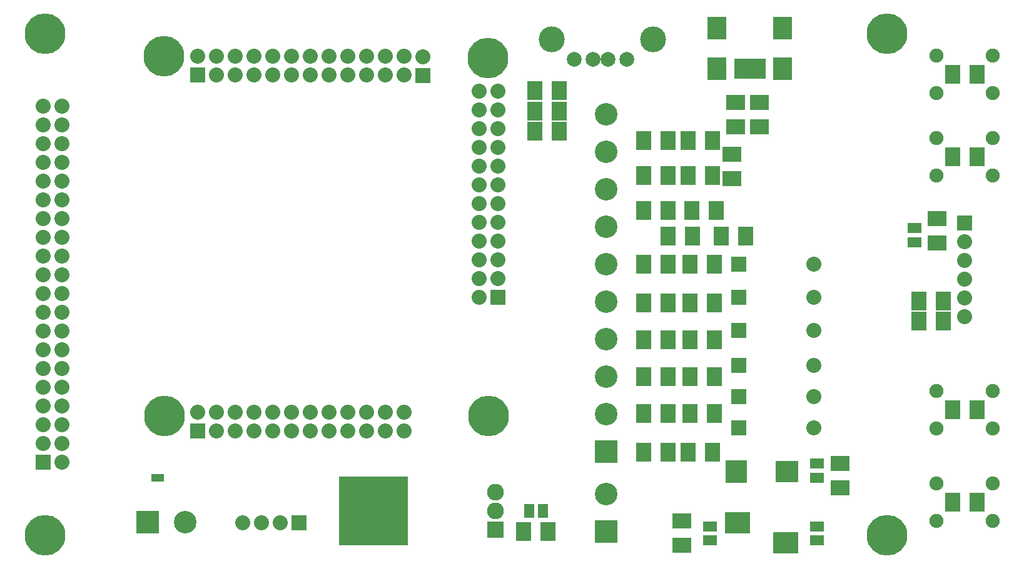
<source format=gts>
G04 (created by PCBNEW (2013-mar-13)-testing) date jue 26 sep 2013 04:07:39 COT*
%MOIN*%
G04 Gerber Fmt 3.4, Leading zero omitted, Abs format*
%FSLAX34Y34*%
G01*
G70*
G90*
G04 APERTURE LIST*
%ADD10C,0.005906*%
%ADD11R,0.080000X0.100000*%
%ADD12R,0.098700X0.118400*%
%ADD13R,0.039700X0.110600*%
%ADD14C,0.216900*%
%ADD15R,0.080000X0.080000*%
%ADD16C,0.080000*%
%ADD17C,0.079100*%
%ADD18C,0.138100*%
%ADD19C,0.075000*%
%ADD20R,0.100000X0.080000*%
%ADD21R,0.090000X0.090000*%
%ADD22C,0.090000*%
%ADD23R,0.370000X0.370000*%
%ADD24R,0.120000X0.120000*%
%ADD25C,0.120000*%
%ADD26R,0.136100X0.114500*%
%ADD27R,0.114500X0.124300*%
%ADD28R,0.124300X0.114500*%
%ADD29R,0.075000X0.055000*%
%ADD30R,0.055000X0.075000*%
%ADD31R,0.035700X0.043600*%
G04 APERTURE END LIST*
G54D10*
G54D11*
X66378Y-34154D03*
X67678Y-34154D03*
G54D12*
X70276Y-13583D03*
X73780Y-13583D03*
X73780Y-15748D03*
X70276Y-15748D03*
G54D13*
X72028Y-15748D03*
X72343Y-15748D03*
X71713Y-15747D03*
X72658Y-15748D03*
X71398Y-15748D03*
G54D14*
X79331Y-40649D03*
X79331Y-13878D03*
X34449Y-13878D03*
X34449Y-40650D03*
X58067Y-15196D03*
X40822Y-34279D03*
X58114Y-34275D03*
X40814Y-15098D03*
G54D15*
X42602Y-16094D03*
G54D16*
X42602Y-15094D03*
X43602Y-16094D03*
X43602Y-15094D03*
X44602Y-16094D03*
X44602Y-15094D03*
X45602Y-16094D03*
X45602Y-15094D03*
X46602Y-16094D03*
X46602Y-15094D03*
X47602Y-16094D03*
X47602Y-15094D03*
X48602Y-16094D03*
X48602Y-15094D03*
X49602Y-16094D03*
X49602Y-15094D03*
X50602Y-16094D03*
X50602Y-15094D03*
X51602Y-16094D03*
X51602Y-15094D03*
X52602Y-16094D03*
X52602Y-15094D03*
X53602Y-16094D03*
X53602Y-15094D03*
G54D15*
X42602Y-35094D03*
G54D16*
X42602Y-34094D03*
X43602Y-35094D03*
X43602Y-34094D03*
X44602Y-35094D03*
X44602Y-34094D03*
X45602Y-35094D03*
X45602Y-34094D03*
X46602Y-35094D03*
X46602Y-34094D03*
X47602Y-35094D03*
X47602Y-34094D03*
X48602Y-35094D03*
X48602Y-34094D03*
X49602Y-35094D03*
X49602Y-34094D03*
X50602Y-35094D03*
X50602Y-34094D03*
X51602Y-35094D03*
X51602Y-34094D03*
X52602Y-35094D03*
X52602Y-34094D03*
X53602Y-35094D03*
X53602Y-34094D03*
G54D15*
X58614Y-27944D03*
G54D16*
X57614Y-27944D03*
X58614Y-26944D03*
X57614Y-26944D03*
X58614Y-25944D03*
X57614Y-25944D03*
X58614Y-24944D03*
X57614Y-24944D03*
X58614Y-23944D03*
X57614Y-23944D03*
X58614Y-22944D03*
X57614Y-22944D03*
X58614Y-21944D03*
X57614Y-21944D03*
X58614Y-20944D03*
X57614Y-20944D03*
X58614Y-19944D03*
X57614Y-19944D03*
X58614Y-18944D03*
X57614Y-18944D03*
X58614Y-17944D03*
X57614Y-17944D03*
X58614Y-16944D03*
X57614Y-16944D03*
G54D15*
X54590Y-16125D03*
G54D16*
X54590Y-15125D03*
G54D17*
X62675Y-15256D03*
X63675Y-15256D03*
X64475Y-15256D03*
X65475Y-15256D03*
G54D18*
X61475Y-14206D03*
X66875Y-14206D03*
G54D19*
X84965Y-21473D03*
X84965Y-19473D03*
X81965Y-21473D03*
X81965Y-19473D03*
X84965Y-17044D03*
X84965Y-15044D03*
X81965Y-17044D03*
X81965Y-15044D03*
X84965Y-34957D03*
X84965Y-32957D03*
X81965Y-34957D03*
X81965Y-32957D03*
X84965Y-39878D03*
X84965Y-37878D03*
X81965Y-39878D03*
X81965Y-37878D03*
G54D20*
X72540Y-17559D03*
X72540Y-18859D03*
X71260Y-17559D03*
X71260Y-18859D03*
X81988Y-23760D03*
X81988Y-25060D03*
G54D15*
X34351Y-36764D03*
G54D16*
X35351Y-36764D03*
X34351Y-31764D03*
X35351Y-35764D03*
X34351Y-30764D03*
X35351Y-34764D03*
X34351Y-29764D03*
X35351Y-33764D03*
X34351Y-28764D03*
X35351Y-32764D03*
X34351Y-27764D03*
X35351Y-31764D03*
X34351Y-26764D03*
X35351Y-30764D03*
X34351Y-25764D03*
X35351Y-29764D03*
X34351Y-24764D03*
X35351Y-28764D03*
X34351Y-23764D03*
X35351Y-27764D03*
X34351Y-22764D03*
X35351Y-26764D03*
X34351Y-21764D03*
X35351Y-25764D03*
X35351Y-24764D03*
X34351Y-20764D03*
X35351Y-23764D03*
X35351Y-21764D03*
X35351Y-20764D03*
X35351Y-19764D03*
X35351Y-18764D03*
X34351Y-19764D03*
X34351Y-18764D03*
X34351Y-35764D03*
X34351Y-34764D03*
X34351Y-33764D03*
X34351Y-32764D03*
X34351Y-17764D03*
X35351Y-17764D03*
X35351Y-22764D03*
G54D15*
X83464Y-23975D03*
G54D16*
X83464Y-24975D03*
X83464Y-25975D03*
X83464Y-26975D03*
X83464Y-27975D03*
X83464Y-28975D03*
G54D15*
X71425Y-31595D03*
G54D16*
X75425Y-31595D03*
G54D15*
X71425Y-33268D03*
G54D16*
X75425Y-33268D03*
G54D15*
X71425Y-34941D03*
G54D16*
X75425Y-34941D03*
G54D15*
X71425Y-29725D03*
G54D16*
X75425Y-29725D03*
G54D15*
X71425Y-26181D03*
G54D16*
X75425Y-26181D03*
G54D15*
X71425Y-27953D03*
G54D16*
X75425Y-27953D03*
G54D21*
X58465Y-40370D03*
G54D22*
X58465Y-39370D03*
X58465Y-38370D03*
G54D23*
X51965Y-39370D03*
G54D24*
X39945Y-39961D03*
G54D25*
X41945Y-39961D03*
X64370Y-18201D03*
X64370Y-20201D03*
X64370Y-22201D03*
X64370Y-24201D03*
X64370Y-34201D03*
X64370Y-32201D03*
G54D24*
X64370Y-36201D03*
G54D25*
X64370Y-30201D03*
X64370Y-28201D03*
X64370Y-26201D03*
G54D24*
X64370Y-40469D03*
G54D25*
X64370Y-38469D03*
G54D26*
X71349Y-40001D03*
G54D27*
X71289Y-37245D03*
G54D26*
X73927Y-41064D03*
G54D28*
X73986Y-37245D03*
G54D11*
X59980Y-40453D03*
X61280Y-40453D03*
G54D20*
X71063Y-21615D03*
X71063Y-20315D03*
G54D11*
X81043Y-28150D03*
X82343Y-28150D03*
X82815Y-38878D03*
X84115Y-38878D03*
X82815Y-33957D03*
X84115Y-33957D03*
X82815Y-16044D03*
X84115Y-16044D03*
X82815Y-20473D03*
X84115Y-20473D03*
X66378Y-26181D03*
X67678Y-26181D03*
X67657Y-24705D03*
X68957Y-24705D03*
X66378Y-32185D03*
X67678Y-32185D03*
X66378Y-30217D03*
X67678Y-30217D03*
X66378Y-28248D03*
X67678Y-28248D03*
X68838Y-26181D03*
X70138Y-26181D03*
X66378Y-23327D03*
X67678Y-23327D03*
X66378Y-21457D03*
X67678Y-21457D03*
X66378Y-19587D03*
X67678Y-19587D03*
X68740Y-36221D03*
X70040Y-36221D03*
X68838Y-34154D03*
X70138Y-34154D03*
X68838Y-32185D03*
X70138Y-32185D03*
X68838Y-30217D03*
X70138Y-30217D03*
X68838Y-28248D03*
X70138Y-28248D03*
X71812Y-24705D03*
X70512Y-24705D03*
X70237Y-23327D03*
X68937Y-23327D03*
X70040Y-21457D03*
X68740Y-21457D03*
X70040Y-19587D03*
X68740Y-19587D03*
X61871Y-16929D03*
X60571Y-16929D03*
X61871Y-18012D03*
X60571Y-18012D03*
X61871Y-19095D03*
X60571Y-19095D03*
G54D29*
X69882Y-40176D03*
X69882Y-40926D03*
X75591Y-37580D03*
X75591Y-36830D03*
X75591Y-40926D03*
X75591Y-40176D03*
G54D30*
X61005Y-39370D03*
X60255Y-39370D03*
G54D31*
X40287Y-37586D03*
X40641Y-37586D03*
G54D29*
X80791Y-24274D03*
X80791Y-25024D03*
G54D11*
X66378Y-36221D03*
X67678Y-36221D03*
G54D20*
X76830Y-36834D03*
X76830Y-38134D03*
G54D11*
X81043Y-29233D03*
X82343Y-29233D03*
G54D20*
X68406Y-41201D03*
X68406Y-39901D03*
G54D15*
X48000Y-40000D03*
G54D16*
X47000Y-40000D03*
X46000Y-40000D03*
X45000Y-40000D03*
M02*

</source>
